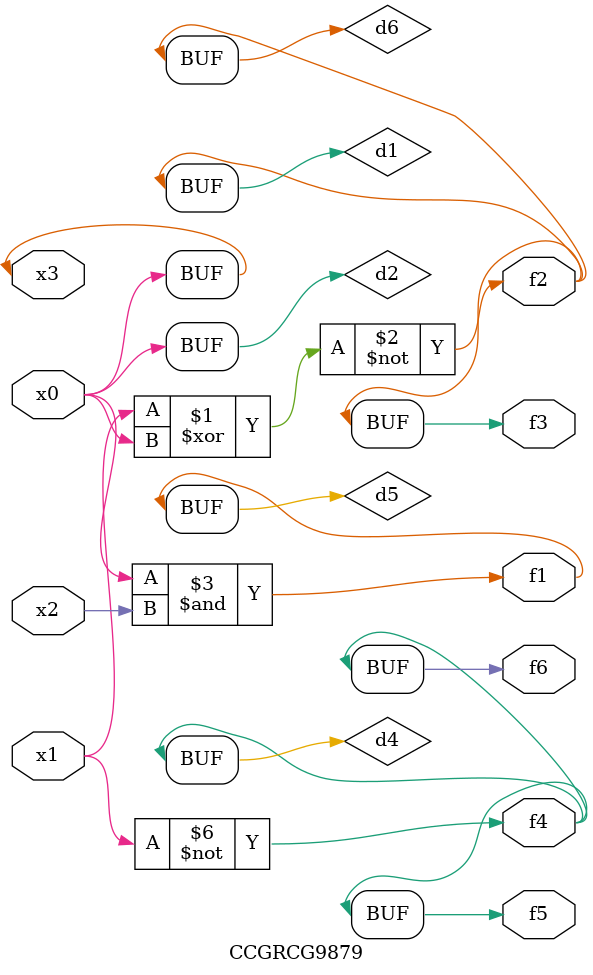
<source format=v>
module CCGRCG9879(
	input x0, x1, x2, x3,
	output f1, f2, f3, f4, f5, f6
);

	wire d1, d2, d3, d4, d5, d6;

	xnor (d1, x1, x3);
	buf (d2, x0, x3);
	nand (d3, x0, x2);
	not (d4, x1);
	nand (d5, d3);
	or (d6, d1);
	assign f1 = d5;
	assign f2 = d6;
	assign f3 = d6;
	assign f4 = d4;
	assign f5 = d4;
	assign f6 = d4;
endmodule

</source>
